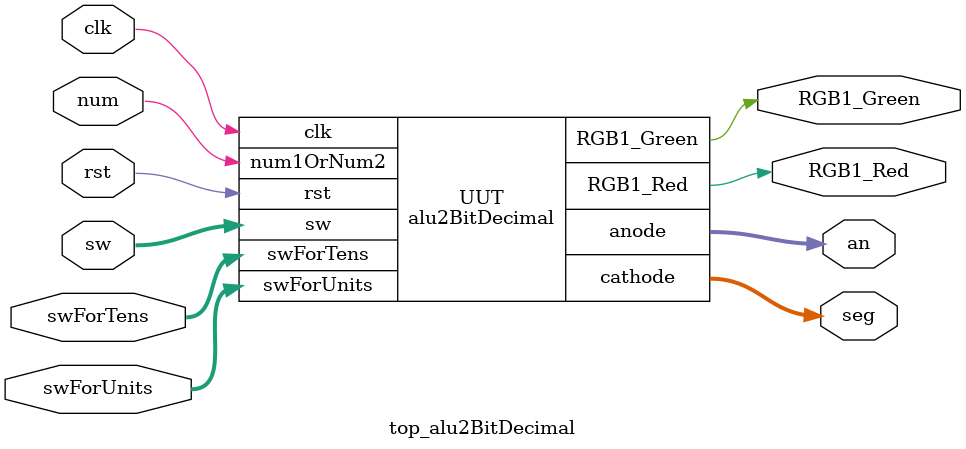
<source format=v>
`timescale 1ns / 1ps


module clkDiv(nclk,clk);
output reg nclk;
input clk;
reg [31:0]count=32'd0;
always@(posedge clk)
begin
    count=count+1;
    nclk=count[16];
end
endmodule

module refCount(outRef,nclk);
output reg [2:0]outRef=3'd0;
input nclk;
always@(posedge nclk)
begin
    outRef=outRef+1;
end
endmodule

module swtichOption(add,sub,mul,div,sw);
output reg add=0,sub=0,mul=0,div=0;
input [1:0]sw;
always@(sw)
begin
    case(sw)
    2'b00:begin add=1;sub=0;mul=0;div=0; end
    2'b01:begin add=0;sub=1;mul=0;div=0; end
    2'b10:begin add=0;sub=0;mul=1;div=0; end
    2'b11:begin add=0;sub=0;mul=0;div=1; end
    default:begin add=0;sub=0;mul=0;div=0; end
    endcase
end
endmodule

module takingInput(num1Units,num1Tens,num2Units,num2Tens,RGB1_Red,RGB1_Green,num1OrNum2,swForUnits,swForTens);
output reg [3:0]num1Units,num1Tens,num2Units,num2Tens;
output reg RGB1_Red,RGB1_Green;
input num1OrNum2;
input [3:0]swForUnits,swForTens;
always@(swForUnits,swForTens,num1OrNum2)
begin
    if(swForUnits<=4'd9 && swForTens<=4'd9)
    begin
        RGB1_Red=0;RGB1_Green=1;
    end
    else
    begin
        RGB1_Red=1;RGB1_Green=0;
    end
    
    if(num1OrNum2==1)
    begin
        if(swForUnits<=4'd9)
        begin
            num2Units=swForUnits;
        end
        else num2Units=4'd9;
        
        if(swForTens<=4'd9)
        begin
            num2Tens=swForTens;
        end
        else num2Tens=4'd9;
    end
    else
    begin
        if(swForUnits<=4'd9)
        begin
            num1Units=swForUnits;
        end
        else num1Units=4'd9;
    
        if(swForTens<=4'd9)
        begin
            num1Tens=swForTens;
        end
        else num1Tens=4'd9;   
    end
end
endmodule

module processingUnit(outAddAndSubAndMul,divQ,divR,aUnits,aTens,bUnits,bTens,
                        add,sub,mul,div,rst);
output reg [13:0]outAddAndSubAndMul=14'd0;
output reg [6:0]divQ=7'd0,divR=7'd0;
input add,sub,mul,div,rst;
input [3:0]aUnits,aTens,bUnits,bTens;
reg [6:0]num1=7'd0,num2=7'd0;
always@(*)
begin
    if(!rst) 
    begin
        num1=(10*aTens)+(1*aUnits);
        num2=(10*bUnits)+(1*bTens); 
    end
    else 
    begin
        num1=7'd0;
        num2=7'd0; 
    end
    
    if(add) outAddAndSubAndMul=num1+num2;
    if(sub) outAddAndSubAndMul=num1-num2;
    if(mul) outAddAndSubAndMul=num1*num2;
    if(div)
    begin
        if(!rst && num2!=0)
        begin
            divQ=num1/num2;
            divR=num1%num2;
        end
        else
        begin
            if(rst)begin divQ=0;divR=0; end
            if(num2==0)begin divQ=1;divR=1;end 
        end
    end
end
endmodule

module breaker(out0,out1,out2,out3,out4,out5,out6,out7,inAddAndSubAndMul,divQ,divR);
output reg[3:0]out0,out1,out2,out3,out4,out5,out6,out7;
reg [3:0]temp0,temp1;
input [13:0]inAddAndSubAndMul;
input [6:0]divQ,divR;
always@(*)
begin
    out0=inAddAndSubAndMul%10;
    temp0=inAddAndSubAndMul/10;
    out1=(temp0)%10;
    temp1=temp0/10;
    out2=(temp1)%10;
    out3=(temp1)/10;
    
    //forRemainder
    out4=divQ%10;
    out5=divQ/10;
    
    //forQuotient
    out6=divR%10;
    out7=divR/10;
    
end
endmodule


module segCntrl(outSegCntrl,in0,in1,in2,in3,in4,in5,in6,in7,refCount);
output reg [3:0]outSegCntrl;
input [3:0]in0,in1,in2,in3,in4,in5,in6,in7;
input [2:0]refCount;
always@(*)
begin
    case(refCount)
    3'd0:outSegCntrl=in0;
    3'd1:outSegCntrl=in1;
    3'd2:outSegCntrl=in2;
    3'd3:outSegCntrl=in3;
    3'd4:outSegCntrl=in4;
    3'd5:outSegCntrl=in5;
    3'd6:outSegCntrl=in6;
    3'd7:outSegCntrl=in7;
    endcase
end
endmodule

module bcdToSeg(bcdToSegOut,bcdToSegIn);
output reg [6:0]bcdToSegOut;
input [3:0]bcdToSegIn;
always@(bcdToSegIn)
begin
case(bcdToSegIn)
4'b0000:bcdToSegOut=7'b1000_000;
4'b0001:bcdToSegOut=7'b1111_001;
4'b0010:bcdToSegOut=7'b0100_100;
4'b0011:bcdToSegOut=7'b0110_000;
4'b0100:bcdToSegOut=7'b0011_001;
4'b0101:bcdToSegOut=7'b0010_010;
4'b0110:bcdToSegOut=7'b0000_010;
4'b0111:bcdToSegOut=7'b1111_000;
4'b1000:bcdToSegOut=7'b0000_000;
4'b1001:bcdToSegOut=7'b0010_000;
default:bcdToSegOut=7'b1111_111;
endcase
end
endmodule

module anodeCntrl(anCntOut,anCntIn);
output reg [7:0]anCntOut;
input [2:0]anCntIn;
always@(anCntIn)
begin
case(anCntIn)
3'b000:anCntOut=8'b1111_1110;
3'b001:anCntOut=8'b1111_1101;
3'b010:anCntOut=8'b1111_1011;
3'b011:anCntOut=8'b1111_0111;
3'b100:anCntOut=8'b1110_1111;
3'b101:anCntOut=8'b1101_1111;
3'b110:anCntOut=8'b1011_1111;
3'b111:anCntOut=8'b0111_1111;
default:anCntOut=8'b1111_1111;
endcase
end
endmodule


module alu2BitDecimal(cathode,anode,RGB1_Red,RGB1_Green,num1OrNum2,swForUnits,swForTens,rst,sw,clk);
output [6:0]cathode;
output [7:0]anode;
output RGB1_Red,RGB1_Green;
input num1OrNum2;
input [3:0]swForUnits,swForTens;
input rst;
input clk;
input [1:0]sw;
wire add,sub,mul,div;
wire [3:0]num1Units,num1Tens,num2Units,num2Tens;
wire [13:0]outAddAndSubAndMul;
wire [6:0]divQ,divR;
wire [3:0]out0,out1,out2,out3,out4,out5,out6,out7;
wire nclk;
wire [2:0]outRef;
wire [3:0]outSegCntrl;
clkDiv dut00(nclk,clk);

refCount dut01(outRef,nclk);

swtichOption dut001 (add,sub,mul,div,sw);

takingInput dut02(num1Units,num1Tens,num2Units,num2Tens,RGB1_Red,RGB1_Green,num1OrNum2,swForUnits,swForTens);

processingUnit dut03 (outAddAndSubAndMul,divQ,divR,num1Units,num1Tens,num2Units,num2Tens,
                        add,sub,mul,div,rst);
                        
breaker dut04(out0,out1,out2,out3,out4,out5,out6,out7,outAddAndSubAndMul,divQ,divR);

segCntrl dut05(outSegCntrl,out0,out1,out2,out3,out4,out5,out6,out7,outRef);

bcdToSeg dut06(cathode,outSegCntrl);

anodeCntrl dut07(anode,outRef);

endmodule

module top_alu2BitDecimal(seg,an,RGB1_Red,RGB1_Green,num,swForUnits,swForTens,clk,sw,rst);
output [6:0]seg;
output [7:0]an;
output RGB1_Red,RGB1_Green;
input num;
input [3:0]swForUnits,swForTens;
input clk;
input rst;
input [1:0]sw;

alu2BitDecimal UUT (seg,an,RGB1_Red,RGB1_Green,num,swForUnits,swForTens,rst,sw,clk);
endmodule
</source>
